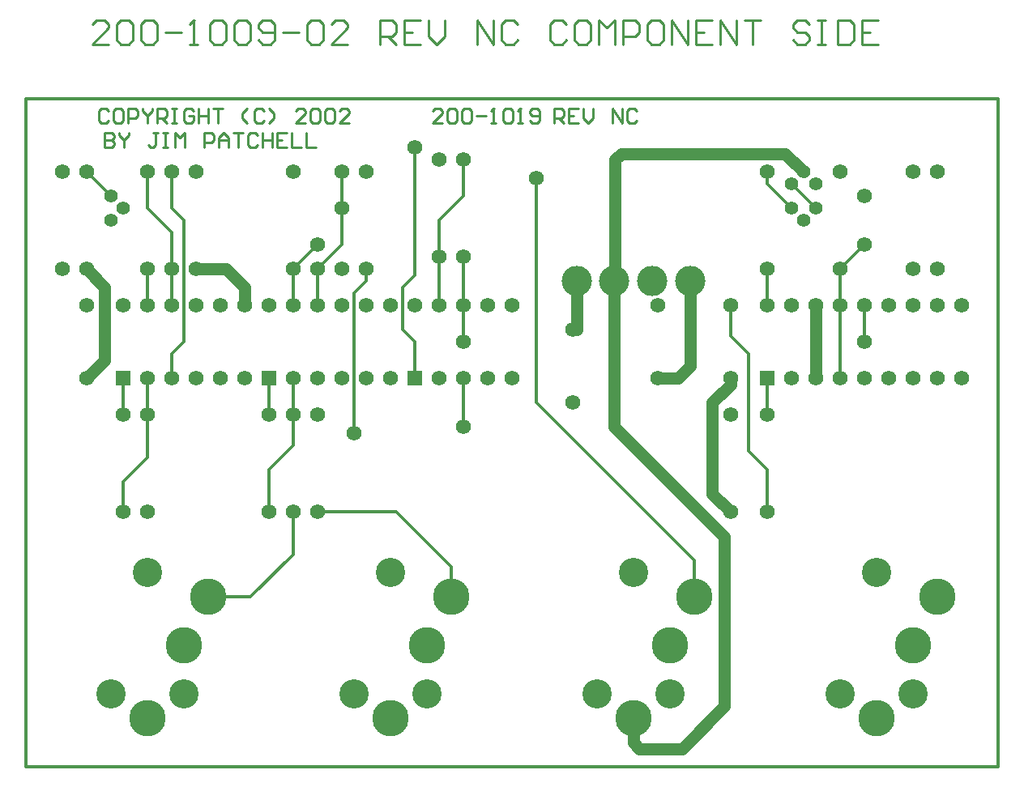
<source format=gtl>
*%FSLAX23Y23*%
*%MOIN*%
G01*
%ADD11C,0.007*%
%ADD12C,0.008*%
%ADD13C,0.010*%
%ADD14C,0.012*%
%ADD15C,0.020*%
%ADD16C,0.032*%
%ADD17C,0.036*%
%ADD18C,0.050*%
%ADD19C,0.052*%
%ADD20C,0.055*%
%ADD21C,0.056*%
%ADD22C,0.059*%
%ADD23C,0.060*%
%ADD24C,0.061*%
%ADD25C,0.062*%
%ADD26C,0.066*%
%ADD27C,0.068*%
%ADD28C,0.070*%
%ADD29C,0.080*%
%ADD30C,0.090*%
%ADD31C,0.095*%
%ADD32C,0.115*%
%ADD33C,0.120*%
%ADD34C,0.125*%
%ADD35C,0.126*%
%ADD36C,0.131*%
%ADD37C,0.150*%
%ADD38C,0.156*%
%ADD39R,0.062X0.062*%
%ADD40R,0.068X0.068*%
D13*
X7951Y9502D02*
X8018D01*
X7951D02*
X8018Y9569D01*
Y9585D01*
X8001Y9602D01*
X7968D01*
X7951Y9585D01*
X8051D02*
X8068Y9602D01*
X8101D01*
X8118Y9585D01*
Y9519D01*
X8101Y9502D01*
X8068D01*
X8051Y9519D01*
Y9585D01*
X8151D02*
X8168Y9602D01*
X8201D01*
X8218Y9585D01*
Y9519D01*
X8201Y9502D01*
X8168D01*
X8151Y9519D01*
Y9585D01*
X8251Y9552D02*
X8318D01*
X8351Y9502D02*
X8384D01*
X8368D01*
Y9602D01*
X8369D01*
X8368D02*
X8351Y9585D01*
X8434D02*
X8451Y9602D01*
X8484D01*
X8501Y9585D01*
Y9519D01*
X8484Y9502D01*
X8451D01*
X8434Y9519D01*
Y9585D01*
X8534D02*
X8551Y9602D01*
X8584D01*
X8601Y9585D01*
Y9519D01*
X8584Y9502D01*
X8551D01*
X8534Y9519D01*
Y9585D01*
X8634Y9519D02*
X8651Y9502D01*
X8684D01*
X8701Y9519D01*
Y9585D01*
X8684Y9602D01*
X8651D01*
X8634Y9585D01*
Y9569D01*
X8651Y9552D01*
X8701D01*
X8734D02*
X8801D01*
X8834Y9585D02*
X8851Y9602D01*
X8884D01*
X8901Y9585D01*
Y9519D01*
X8884Y9502D01*
X8851D01*
X8834Y9519D01*
Y9585D01*
X8934Y9502D02*
X9001D01*
X8934D02*
X9001Y9569D01*
Y9585D01*
X8984Y9602D01*
X8951D01*
X8934Y9585D01*
X9134Y9602D02*
Y9502D01*
Y9602D02*
X9184D01*
X9201Y9585D01*
Y9552D01*
X9184Y9535D01*
X9134D01*
X9167D02*
X9201Y9502D01*
X9234Y9602D02*
X9301D01*
X9234D02*
Y9502D01*
X9301D01*
X9267Y9552D02*
X9234D01*
X9334Y9535D02*
Y9602D01*
Y9535D02*
X9367Y9502D01*
X9401Y9535D01*
Y9602D01*
X9534D02*
Y9502D01*
X9600D02*
X9534Y9602D01*
X9600D02*
Y9502D01*
X9700Y9585D02*
X9684Y9602D01*
X9650D01*
X9634Y9585D01*
Y9519D01*
X9650Y9502D01*
X9684D01*
X9700Y9519D01*
X9884Y9602D02*
X9900Y9585D01*
X9884Y9602D02*
X9850D01*
X9834Y9585D01*
Y9519D01*
X9850Y9502D01*
X9884D01*
X9900Y9519D01*
X9950Y9602D02*
X9984D01*
X9950D02*
X9934Y9585D01*
Y9519D01*
X9950Y9502D01*
X9984D01*
X10000Y9519D01*
Y9585D01*
X9984Y9602D01*
X10034D02*
Y9502D01*
X10067Y9569D02*
X10034Y9602D01*
X10067Y9569D02*
X10100Y9602D01*
Y9502D01*
X10134D02*
Y9602D01*
X10184D01*
X10200Y9585D01*
Y9552D01*
X10184Y9535D01*
X10134D01*
X10250Y9602D02*
X10284D01*
X10250D02*
X10234Y9585D01*
Y9519D01*
X10250Y9502D01*
X10284D01*
X10300Y9519D01*
Y9585D01*
X10284Y9602D01*
X10334D02*
Y9502D01*
X10400D02*
X10334Y9602D01*
X10400D02*
Y9502D01*
X10434Y9602D02*
X10500D01*
X10434D02*
Y9502D01*
X10500D01*
X10467Y9552D02*
X10434D01*
X10533Y9502D02*
Y9602D01*
X10600Y9502D01*
Y9602D01*
X10633D02*
X10700D01*
X10667D01*
Y9502D01*
X10883Y9602D02*
X10900Y9585D01*
X10883Y9602D02*
X10850D01*
X10833Y9585D01*
Y9569D01*
X10850Y9552D01*
X10883D01*
X10900Y9535D01*
Y9519D01*
X10883Y9502D01*
X10850D01*
X10833Y9519D01*
X10933Y9602D02*
X10967D01*
X10950D01*
Y9502D01*
X10933D01*
X10967D01*
X11017D02*
Y9602D01*
Y9502D02*
X11067D01*
X11083Y9519D01*
Y9585D01*
X11067Y9602D01*
X11017D01*
X11117D02*
X11183D01*
X11117D02*
Y9502D01*
X11183D01*
X11150Y9552D02*
X11117D01*
X8016Y9227D02*
X8006Y9237D01*
X7986D01*
X7976Y9227D01*
Y9187D01*
X7986Y9177D01*
X8006D01*
X8016Y9187D01*
X8046Y9237D02*
X8066D01*
X8046D02*
X8036Y9227D01*
Y9187D01*
X8046Y9177D01*
X8066D01*
X8076Y9187D01*
Y9227D01*
X8066Y9237D01*
X8096D02*
Y9177D01*
Y9237D02*
X8126D01*
X8136Y9227D01*
Y9207D01*
X8126Y9197D01*
X8096D01*
X8156Y9227D02*
Y9237D01*
Y9227D02*
X8176Y9207D01*
X8196Y9227D01*
Y9237D01*
X8176Y9207D02*
Y9177D01*
X8216D02*
Y9237D01*
X8246D01*
X8256Y9227D01*
Y9207D01*
X8246Y9197D01*
X8216D01*
X8236D02*
X8256Y9177D01*
X8276Y9237D02*
X8296D01*
X8286D01*
Y9177D01*
X8276D01*
X8296D01*
X8356Y9237D02*
X8366Y9227D01*
X8356Y9237D02*
X8336D01*
X8326Y9227D01*
Y9187D01*
X8336Y9177D01*
X8356D01*
X8366Y9187D01*
Y9207D01*
X8346D01*
X8386Y9237D02*
Y9177D01*
Y9207D01*
X8426D01*
Y9237D01*
Y9177D01*
X8446Y9237D02*
X8486D01*
X8466D01*
Y9177D01*
X8566Y9197D02*
X8586Y9177D01*
X8566Y9197D02*
Y9217D01*
X8586Y9237D01*
X8646D02*
X8656Y9227D01*
X8646Y9237D02*
X8626D01*
X8616Y9227D01*
Y9187D01*
X8626Y9177D01*
X8646D01*
X8656Y9187D01*
X8676Y9177D02*
X8696Y9197D01*
Y9217D01*
X8676Y9237D01*
X8786Y9177D02*
X8826D01*
X8786D02*
X8826Y9217D01*
Y9227D01*
X8816Y9237D01*
X8796D01*
X8786Y9227D01*
X8846D02*
X8856Y9237D01*
X8876D01*
X8886Y9227D01*
Y9187D01*
X8876Y9177D01*
X8856D01*
X8846Y9187D01*
Y9227D01*
X8906D02*
X8916Y9237D01*
X8936D01*
X8946Y9227D01*
Y9187D01*
X8936Y9177D01*
X8916D01*
X8906Y9187D01*
Y9227D01*
X8966Y9177D02*
X9006D01*
X8966D02*
X9006Y9217D01*
Y9227D01*
X8996Y9237D01*
X8976D01*
X8966Y9227D01*
X8001Y9137D02*
Y9077D01*
X8031D01*
X8041Y9087D01*
Y9097D01*
X8031Y9107D01*
X8001D01*
X8002D01*
X8001D02*
X8002D01*
X8001D02*
X8002D01*
X8001D02*
X8031D01*
X8041Y9117D01*
Y9127D01*
X8031Y9137D01*
X8001D01*
X8061D02*
Y9127D01*
X8081Y9107D01*
X8101Y9127D01*
Y9137D01*
X8081Y9107D02*
Y9077D01*
X8201Y9137D02*
X8221D01*
X8211D02*
X8201D01*
X8211D02*
Y9087D01*
X8201Y9077D01*
X8191D01*
X8181Y9087D01*
X8241Y9137D02*
X8261D01*
X8251D01*
Y9077D01*
X8241D01*
X8261D01*
X8291D02*
Y9137D01*
X8311Y9117D01*
X8331Y9137D01*
Y9077D01*
X8411D02*
Y9137D01*
X8441D01*
X8451Y9127D01*
Y9107D01*
X8441Y9097D01*
X8411D01*
X8471Y9077D02*
Y9117D01*
X8491Y9137D01*
X8511Y9117D01*
Y9077D01*
Y9107D01*
X8471D01*
X8531Y9137D02*
X8571D01*
X8551D01*
Y9077D01*
X8621Y9137D02*
X8631Y9127D01*
X8621Y9137D02*
X8601D01*
X8591Y9127D01*
Y9087D01*
X8601Y9077D01*
X8621D01*
X8631Y9087D01*
X8651Y9077D02*
Y9137D01*
Y9107D02*
Y9077D01*
Y9107D02*
X8691D01*
Y9137D01*
Y9077D01*
X8711Y9137D02*
X8751D01*
X8711D02*
Y9077D01*
X8751D01*
X8731Y9107D02*
X8711D01*
X8771Y9137D02*
Y9077D01*
X8811D01*
X8831D02*
Y9137D01*
Y9077D02*
X8871D01*
X9351Y9177D02*
X9391D01*
X9351D02*
X9391Y9217D01*
Y9227D01*
X9381Y9237D01*
X9361D01*
X9351Y9227D01*
X9411D02*
X9421Y9237D01*
X9441D01*
X9451Y9227D01*
Y9187D01*
X9441Y9177D01*
X9421D01*
X9411Y9187D01*
Y9227D01*
X9471D02*
X9481Y9237D01*
X9501D01*
X9511Y9227D01*
Y9187D01*
X9501Y9177D01*
X9481D01*
X9471Y9187D01*
Y9227D01*
X9531Y9207D02*
X9571D01*
X9591Y9177D02*
X9611D01*
X9601D01*
Y9237D01*
X9602D01*
X9601D02*
X9591Y9227D01*
X9641D02*
X9651Y9237D01*
X9671D01*
X9681Y9227D01*
Y9187D01*
X9671Y9177D01*
X9651D01*
X9641Y9187D01*
Y9227D01*
X9701Y9177D02*
X9721D01*
X9711D01*
Y9237D01*
X9712D01*
X9711D02*
X9701Y9227D01*
X9751Y9187D02*
X9761Y9177D01*
X9781D01*
X9791Y9187D01*
Y9227D01*
X9781Y9237D01*
X9761D01*
X9751Y9227D01*
Y9217D01*
X9761Y9207D01*
X9791D01*
X9851Y9177D02*
Y9237D01*
X9881D01*
X9891Y9227D01*
Y9207D01*
X9881Y9197D01*
X9851D01*
X9871D02*
X9891Y9177D01*
X9911Y9237D02*
X9951D01*
X9911D02*
Y9177D01*
X9951D01*
X9931Y9207D02*
X9911D01*
X9971Y9197D02*
Y9237D01*
Y9197D02*
X9991Y9177D01*
X10011Y9197D01*
Y9237D01*
X10091D02*
Y9177D01*
X10131D02*
X10091Y9237D01*
X10131D02*
Y9177D01*
X10191Y9227D02*
X10181Y9237D01*
X10161D01*
X10151Y9227D01*
Y9187D01*
X10161Y9177D01*
X10181D01*
X10191Y9187D01*
D14*
X8776Y7402D02*
X8601Y7227D01*
X9776Y8027D02*
X10426Y7377D01*
X9426Y7352D02*
X9201Y7577D01*
X8026Y8877D02*
X7926Y8977D01*
X8176D02*
Y8827D01*
Y8577D02*
Y8427D01*
X8076Y7702D02*
Y7577D01*
X8176Y7802D02*
Y7977D01*
Y8127D01*
X8076D02*
Y7977D01*
X8176Y7802D02*
X8076Y7702D01*
X8276Y8727D02*
X8176Y8827D01*
X8426Y7227D02*
X8601D01*
X8276Y8577D02*
Y8727D01*
Y8577D02*
Y8427D01*
Y8227D02*
Y8127D01*
Y8827D02*
Y8977D01*
X8326Y8777D02*
Y8277D01*
X8276Y8227D01*
X8326Y8777D02*
X8276Y8827D01*
X8876Y7577D02*
X9201D01*
X8776D02*
Y7402D01*
Y7852D02*
Y7977D01*
Y8127D01*
X8676Y7752D02*
Y7577D01*
Y7977D02*
Y8127D01*
X8776Y8427D02*
Y8577D01*
Y7852D02*
X8676Y7752D01*
X8776Y8577D02*
X8876Y8677D01*
X8976Y8827D02*
Y8977D01*
Y8677D01*
X8876Y8577D02*
Y8427D01*
Y8577D02*
X8976Y8677D01*
X9076Y8577D02*
Y8527D01*
X9026Y8477D02*
Y7902D01*
Y8477D02*
X9076Y8527D01*
X9376Y8627D02*
Y8777D01*
Y8627D02*
Y8427D01*
X9276Y8277D02*
Y8127D01*
X9226Y8327D02*
Y8502D01*
X9276Y8552D02*
Y9077D01*
X9476Y8877D02*
X9376Y8777D01*
X9276Y8552D02*
X9226Y8502D01*
Y8327D02*
X9276Y8277D01*
X9476Y8127D02*
Y7927D01*
X9426Y7352D02*
Y7227D01*
X9476Y8877D02*
Y9027D01*
Y8427D02*
Y8277D01*
Y8427D02*
Y8627D01*
X9776Y8952D02*
Y8027D01*
X10576Y8302D02*
Y8427D01*
X10426Y7377D02*
Y7227D01*
X10651Y8227D02*
X10576Y8302D01*
X10651Y8227D02*
Y7827D01*
X10726Y7752D02*
Y7577D01*
Y7977D02*
Y8127D01*
Y8427D02*
Y8577D01*
Y8927D02*
Y8977D01*
X10651Y7827D02*
X10726Y7752D01*
X10826Y8827D02*
X10726Y8927D01*
X10826D02*
X10926Y8827D01*
X11126Y8427D02*
Y8277D01*
X11026Y8427D02*
Y8577D01*
Y8427D02*
Y8127D01*
Y8577D02*
X11126Y8677D01*
X11676Y9277D02*
X7676D01*
Y6527D02*
X11676D01*
Y9277D01*
X7676D02*
Y6527D01*
D18*
X10101Y9027D02*
X10126Y9052D01*
X8001Y8202D02*
X7926Y8127D01*
X10376Y6602D02*
X10551Y6777D01*
X10360Y8127D02*
X10410Y8177D01*
X10501Y8027D02*
X10576Y8102D01*
X10876Y8977D02*
X10801Y9052D01*
X8576Y8502D02*
X8501Y8577D01*
X8001Y8502D02*
X7926Y8577D01*
X10176Y6627D02*
X10201Y6602D01*
X10551Y7474D02*
X10098Y7927D01*
X10501Y7652D02*
X10576Y7577D01*
X10376Y6602D02*
X10201D01*
X8001Y8202D02*
Y8502D01*
X8576D02*
Y8427D01*
X10276Y8127D02*
X10360D01*
X9942Y8327D02*
X9926D01*
X8501Y8577D02*
X8376D01*
X9942Y8527D02*
Y8327D01*
X10101Y8527D02*
Y9027D01*
X10098Y8527D02*
Y7927D01*
X10176Y6727D02*
Y6627D01*
X10126Y9052D02*
X10801D01*
X10551Y7474D02*
Y6777D01*
X10410Y8177D02*
Y8527D01*
X10576Y8127D02*
Y8102D01*
X10501Y8027D02*
Y7652D01*
X10926Y8127D02*
Y8427D01*
D20*
X10876Y8977D02*
D03*
X10826Y8927D02*
D03*
X10926D02*
D03*
X10876Y8777D02*
D03*
X10926Y8827D02*
D03*
X10826D02*
D03*
X8026Y8777D02*
D03*
X8076Y8827D02*
D03*
X8026Y8877D02*
D03*
D25*
X11126Y8277D02*
D03*
X9776Y8952D02*
D03*
X9476Y8277D02*
D03*
Y7927D02*
D03*
X9276Y9077D02*
D03*
X9026Y7902D02*
D03*
X8976Y8827D02*
D03*
X11426Y8977D02*
D03*
Y8577D02*
D03*
X11526Y8427D02*
D03*
Y8127D02*
D03*
X11026Y8977D02*
D03*
Y8577D02*
D03*
X11126Y8677D02*
D03*
Y8877D02*
D03*
X11326Y8977D02*
D03*
Y8577D02*
D03*
X10576Y7977D02*
D03*
Y7577D02*
D03*
X11026Y8127D02*
D03*
X10926D02*
D03*
X10726Y8427D02*
D03*
X10826D02*
D03*
X10926D02*
D03*
X11026D02*
D03*
X11126D02*
D03*
X11226D02*
D03*
X11326D02*
D03*
X11426D02*
D03*
Y8127D02*
D03*
X11326D02*
D03*
X11226D02*
D03*
X11126D02*
D03*
X10826D02*
D03*
X10726Y8577D02*
D03*
Y8977D02*
D03*
Y7977D02*
D03*
Y7577D02*
D03*
X9926Y8027D02*
D03*
Y8327D02*
D03*
X10276Y8427D02*
D03*
Y8127D02*
D03*
X10576D02*
D03*
Y8427D02*
D03*
X8776Y8977D02*
D03*
Y8577D02*
D03*
X8276Y8977D02*
D03*
Y8577D02*
D03*
X8476Y8427D02*
D03*
Y8127D02*
D03*
X9076Y8427D02*
D03*
Y8127D02*
D03*
X8376Y8577D02*
D03*
Y8977D02*
D03*
X8976Y8577D02*
D03*
Y8977D02*
D03*
X8876Y8577D02*
D03*
Y8677D02*
D03*
X8776Y8127D02*
D03*
X8676Y8427D02*
D03*
X8776D02*
D03*
X8876D02*
D03*
X8976D02*
D03*
Y8127D02*
D03*
X8876D02*
D03*
X8576D02*
D03*
Y8427D02*
D03*
X8776Y7577D02*
D03*
Y7977D02*
D03*
X8676Y7577D02*
D03*
Y7977D02*
D03*
X8876Y7577D02*
D03*
Y7977D02*
D03*
X9076Y8577D02*
D03*
Y8977D02*
D03*
X9176Y8127D02*
D03*
Y8427D02*
D03*
X9376Y8127D02*
D03*
X9276Y8427D02*
D03*
X9376D02*
D03*
X9476D02*
D03*
X9576D02*
D03*
Y8127D02*
D03*
X9476D02*
D03*
X9676Y8427D02*
D03*
Y8127D02*
D03*
X9376Y8627D02*
D03*
Y9027D02*
D03*
X9476Y8627D02*
D03*
Y9027D02*
D03*
X7926Y8977D02*
D03*
Y8577D02*
D03*
X8176Y8977D02*
D03*
Y8577D02*
D03*
X7826D02*
D03*
Y8977D02*
D03*
X8176Y8127D02*
D03*
X8076Y8427D02*
D03*
X8176D02*
D03*
X8276D02*
D03*
X8376D02*
D03*
Y8127D02*
D03*
X8276D02*
D03*
X7926D02*
D03*
Y8427D02*
D03*
X8076Y7577D02*
D03*
Y7977D02*
D03*
X8176D02*
D03*
Y7577D02*
D03*
D33*
X10176Y7327D02*
D03*
X10326Y6827D02*
D03*
X10026D02*
D03*
X11176Y7327D02*
D03*
X11326Y6827D02*
D03*
X11026D02*
D03*
X9176Y7327D02*
D03*
X9326Y6827D02*
D03*
X9026D02*
D03*
X8176Y7327D02*
D03*
X8326Y6827D02*
D03*
X8026D02*
D03*
D34*
X10254Y8527D02*
D03*
X9942D02*
D03*
X10410D02*
D03*
X10098D02*
D03*
D37*
X10176Y6727D02*
D03*
X10326Y7027D02*
D03*
X10426Y7227D02*
D03*
X11176Y6727D02*
D03*
X11326Y7027D02*
D03*
X11426Y7227D02*
D03*
X9176Y6727D02*
D03*
X9326Y7027D02*
D03*
X9426Y7227D02*
D03*
X8176Y6727D02*
D03*
X8326Y7027D02*
D03*
X8426Y7227D02*
D03*
D39*
X10726Y8127D02*
D03*
X8676D02*
D03*
X9276D02*
D03*
X8076D02*
D03*
M02*

</source>
